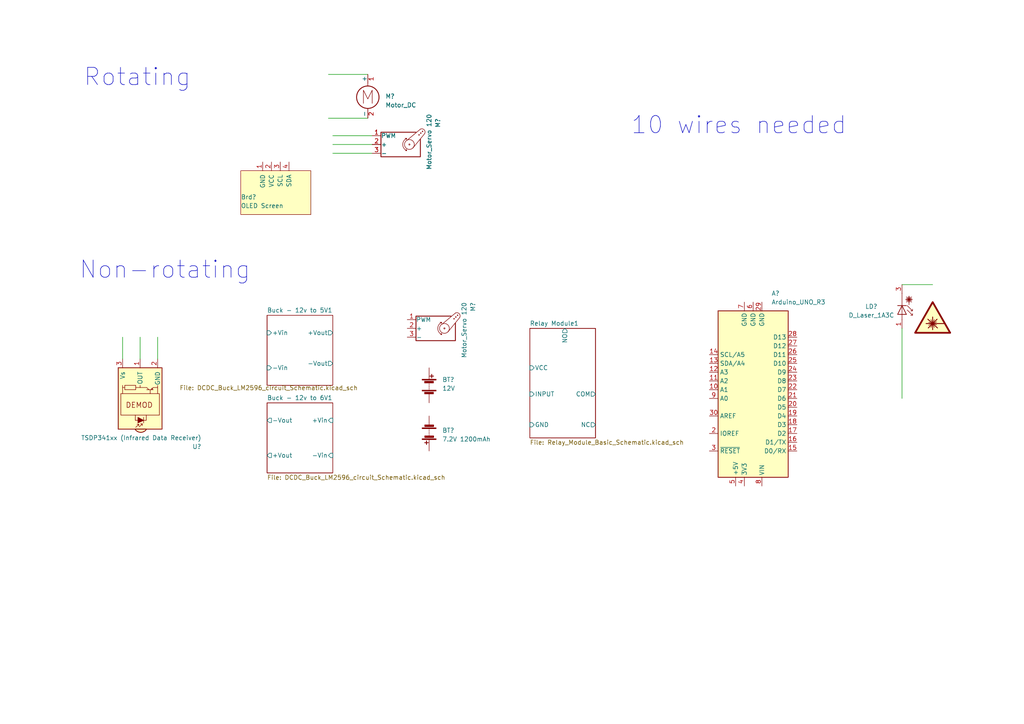
<source format=kicad_sch>
(kicad_sch (version 20211123) (generator eeschema)
  (paper "A4")
  (lib_symbols
    (symbol "Battery_1" (pin_numbers hide) (pin_names (offset 0) hide)
      (property "Reference" "BT?" (at 3.81 1.6511 0))
      (property "Value" "Battery_1" (at 3.81 -0.8889 0))
      (symbol "Battery_1_0_1"
        (rectangle (start -2.032 -1.397) (end 2.032 -1.651) (fill (type outline)))
        (rectangle (start -2.032 1.778) (end 2.032 1.524) (fill (type outline)))
        (rectangle (start -1.3208 -1.9812) (end 1.27 -2.4892) (fill (type outline)))
        (rectangle (start -1.3208 1.1938) (end 1.27 0.6858) (fill (type outline)))
        (polyline (pts (xy 0 -1.524) (xy 0 -1.27)))
        (polyline (pts (xy 0 -1.016) (xy 0 -0.762)))
        (polyline (pts (xy 0 -0.508) (xy 0 -0.254)))
        (polyline (pts (xy 0 0) (xy 0 0.254)))
        (polyline (pts (xy 0 0.508) (xy 0 0.762)))
        (polyline (pts (xy 0 1.778) (xy 0 2.54)))
        (polyline (pts (xy 0.254 2.667) (xy 1.27 2.667)) (stroke (width 0.254)))
        (polyline (pts (xy 0.762 3.175) (xy 0.762 2.159)) (stroke (width 0.254)))
      )
      (symbol "Battery_1_1_1"
        (pin passive line (at 0 5.08 270) (length 2.54) (name "+") (number "1"))
        (pin passive line (at 0 -5.08 90) (length 2.54) (name "-") (number "2"))
      )
    )
    (symbol "Custom_Lib:0.96_OLED_SSD1306" (pin_names (offset 1.016))
      (property "Reference" "Brd" (at 0 -3.81 0))
      (property "Value" "0.96_OLED_SSD1306" (at 0 -1.27 0))
      (symbol "0.96_OLED_SSD1306_0_1"
        (rectangle (start -10.16 6.35) (end 10.16 -6.35) (fill (type background)))
      )
      (symbol "0.96_OLED_SSD1306_1_1"
        (pin input line (at -3.81 8.89 270) (length 2.54) (name "GND") (number "1"))
        (pin power_in line (at -1.27 8.89 270) (length 2.54) (name "VCC") (number "2"))
        (pin input line (at 1.27 8.89 270) (length 2.54) (name "SCL") (number "3"))
        (pin input line (at 3.81 8.89 270) (length 2.54) (name "SDA") (number "4"))
      )
    )
    (symbol "Device:Battery" (pin_numbers hide) (pin_names (offset 0) hide)
      (property "Reference" "BT" (at 2.54 2.54 0))
      (property "Value" "Battery" (at 2.54 0 0))
      (symbol "Battery_0_1"
        (rectangle (start -2.032 -1.397) (end 2.032 -1.651) (fill (type outline)))
        (rectangle (start -2.032 1.778) (end 2.032 1.524) (fill (type outline)))
        (rectangle (start -1.3208 -1.9812) (end 1.27 -2.4892) (fill (type outline)))
        (rectangle (start -1.3208 1.1938) (end 1.27 0.6858) (fill (type outline)))
        (polyline (pts (xy 0 -1.524) (xy 0 -1.27)))
        (polyline (pts (xy 0 -1.016) (xy 0 -0.762)))
        (polyline (pts (xy 0 -0.508) (xy 0 -0.254)))
        (polyline (pts (xy 0 0) (xy 0 0.254)))
        (polyline (pts (xy 0 0.508) (xy 0 0.762)))
        (polyline (pts (xy 0 1.778) (xy 0 2.54)))
        (polyline (pts (xy 0.254 2.667) (xy 1.27 2.667)) (stroke (width 0.254)))
        (polyline (pts (xy 0.762 3.175) (xy 0.762 2.159)) (stroke (width 0.254)))
      )
      (symbol "Battery_1_1"
        (pin passive line (at 0 5.08 270) (length 2.54) (name "+") (number "1"))
        (pin passive line (at 0 -5.08 90) (length 2.54) (name "-") (number "2"))
      )
    )
    (symbol "Device:D_Laser_1A3C" (pin_names (offset 1.016) hide)
      (property "Reference" "LD" (at -1.27 4.445 0))
      (property "Value" "D_Laser_1A3C" (at -1.27 -2.54 0))
      (symbol "D_Laser_1A3C_0_1"
        (polyline (pts (xy -4.064 1.27) (xy -2.54 2.794)))
        (polyline (pts (xy -4.064 1.778) (xy -2.54 2.286)))
        (polyline (pts (xy -4.064 2.286) (xy -2.54 1.778)))
        (polyline (pts (xy -4.064 2.794) (xy -2.54 1.27)))
        (polyline (pts (xy -3.556 2.794) (xy -3.048 1.27)))
        (polyline (pts (xy -3.302 2.032) (xy -3.302 1.016)))
        (polyline (pts (xy -3.302 2.032) (xy -3.302 3.048)))
        (polyline (pts (xy -3.048 2.794) (xy -3.556 1.27)))
        (polyline (pts (xy -1.778 2.032) (xy -4.318 2.032)))
        (polyline (pts (xy -1.524 1.27) (xy -1.524 -1.27)) (stroke (width 0.2032)))
        (polyline (pts (xy 1.27 3.048) (xy 0.762 3.048)))
        (polyline (pts (xy 2.54 0) (xy -5.08 0)))
        (polyline (pts (xy -0.254 1.524) (xy 1.27 3.048) (xy 1.27 2.54)))
        (polyline (pts (xy 1.016 1.27) (xy 1.016 -1.27) (xy -1.524 0) (xy 1.016 1.27)) (stroke (width 0.2032)))
        (polyline (pts (xy -1.524 1.524) (xy 0 3.048) (xy 0 2.54) (xy 0 3.048) (xy -0.508 3.048)))
      )
      (symbol "D_Laser_1A3C_1_1"
        (pin passive line (at 5.08 0 180) (length 2.54) (name "A") (number "1"))
        (pin passive line (at -7.62 0 0) (length 2.54) (name "K") (number "3"))
      )
    )
    (symbol "Graphic:SYM_LASER_Large" (pin_names (offset 1.016) hide)
      (symbol "SYM_LASER_Large_0_1"
        (polyline (pts (xy -1.905 -2.413) (xy 3.556 -2.413)) (stroke (width 0.254)))
        (polyline (pts (xy -1.27 -3.683) (xy 1.27 -1.143)) (stroke (width 0.254)))
        (polyline (pts (xy -1.143 -2.921) (xy 1.143 -1.905)))
        (polyline (pts (xy -1.143 -2.032) (xy 1.143 -2.794)))
        (polyline (pts (xy -0.508 -1.27) (xy 0.508 -3.556)))
        (polyline (pts (xy 0 -4.191) (xy 0 -0.508)) (stroke (width 0.254)))
        (polyline (pts (xy 0.508 -1.27) (xy -0.508 -3.556)))
        (polyline (pts (xy 1.397 -3.683) (xy -1.397 -1.143)) (stroke (width 0.254)))
        (polyline (pts (xy -5.08 -5.08) (xy 5.08 -5.08) (xy 0 3.81) (xy -5.08 -5.08)) (stroke (width 0.508)) (fill (type background)))
      )
    )
    (symbol "Interface_Optical:TSDP341xx" (pin_names (offset 1.016))
      (property "Reference" "U" (at -10.16 7.62 0))
      (property "Value" "TSDP341xx" (at -10.16 -7.62 0))
      (symbol "TSDP341xx_0_0"
        (arc (start -10.287 1.397) (mid -11.0899 -0.1905) (end -10.287 -1.778) (stroke (width 0.254)) (fill (type background)))
        (polyline (pts (xy 1.905 -5.08) (xy 0.127 -5.08)))
        (polyline (pts (xy 1.905 5.08) (xy 0.127 5.08)))
        (text "DEMOD" (at -3.175 0.254 900) (effects (font (size 1.524 1.524))))
      )
      (symbol "TSDP341xx_0_1"
        (rectangle (start -6.096 5.588) (end 0.127 -5.588))
        (polyline (pts (xy -8.763 0.381) (xy -9.652 1.27)))
        (polyline (pts (xy -8.763 0.381) (xy -9.271 0.381)))
        (polyline (pts (xy -8.763 0.381) (xy -8.763 0.889)))
        (polyline (pts (xy -8.636 -0.635) (xy -9.525 0.254)))
        (polyline (pts (xy -8.636 -0.635) (xy -9.144 -0.635)))
        (polyline (pts (xy -8.636 -0.635) (xy -8.636 -0.127)))
        (polyline (pts (xy -8.382 -1.016) (xy -6.731 -1.016)))
        (polyline (pts (xy 1.27 -2.921) (xy 0.127 -2.921)))
        (polyline (pts (xy 1.27 -1.905) (xy 1.27 -3.81)))
        (polyline (pts (xy 1.397 -3.556) (xy 1.524 -3.556)))
        (polyline (pts (xy 1.651 -3.556) (xy 1.524 -3.556)))
        (polyline (pts (xy 1.651 -3.556) (xy 1.651 -3.302)))
        (polyline (pts (xy 1.905 0) (xy 1.905 1.27)))
        (polyline (pts (xy 1.905 4.445) (xy 1.905 5.08) (xy 2.54 5.08)))
        (polyline (pts (xy -8.382 0.635) (xy -6.731 0.635) (xy -7.62 -1.016) (xy -8.382 0.635)) (fill (type outline)))
        (polyline (pts (xy -6.096 1.397) (xy -7.62 1.397) (xy -7.62 -1.778) (xy -6.096 -1.778)))
        (polyline (pts (xy 1.27 -3.175) (xy 1.905 -3.81) (xy 1.905 -5.08) (xy 2.54 -5.08)))
        (polyline (pts (xy 1.27 -2.54) (xy 1.905 -1.905) (xy 1.905 0) (xy 2.54 0)))
        (rectangle (start 2.54 1.27) (end 1.27 4.445))
        (rectangle (start 7.62 6.35) (end -10.16 -6.35) (stroke (width 0.254)) (fill (type background)))
      )
      (symbol "TSDP341xx_1_1"
        (pin output line (at 10.16 0 180) (length 2.54) (name "OUT") (number "1"))
        (pin power_in line (at 10.16 -5.08 180) (length 2.54) (name "GND") (number "2"))
        (pin power_in line (at 10.16 5.08 180) (length 2.54) (name "Vs") (number "3"))
      )
    )
    (symbol "MCU_Module:Arduino_UNO_R3"
      (property "Reference" "A?" (at 7.0994 27.94 0))
      (property "Value" "Arduino_UNO_R3" (at 7.0994 25.4 0))
      (symbol "Arduino_UNO_R3_0_1"
        (rectangle (start -10.16 22.86) (end 10.16 -25.4) (stroke (width 0.254)) (fill (type background)))
      )
      (symbol "Arduino_UNO_R3_1_1"
        (pin no_connect line (at -10.16 -20.32 0) (length 2.54) hide (name "NC") (number "1"))
        (pin bidirectional line (at 12.7 -2.54 180) (length 2.54) (name "A1") (number "10"))
        (pin bidirectional line (at 12.7 -5.08 180) (length 2.54) (name "A2") (number "11"))
        (pin bidirectional line (at 12.7 -7.62 180) (length 2.54) (name "A3") (number "12"))
        (pin bidirectional line (at 12.7 -10.16 180) (length 2.54) (name "SDA/A4") (number "13"))
        (pin bidirectional line (at 12.7 -12.7 180) (length 2.54) (name "SCL/A5") (number "14"))
        (pin bidirectional line (at -12.7 15.24 0) (length 2.54) (name "D0/RX") (number "15"))
        (pin bidirectional line (at -12.7 12.7 0) (length 2.54) (name "D1/TX") (number "16"))
        (pin bidirectional line (at -12.7 10.16 0) (length 2.54) (name "D2") (number "17"))
        (pin bidirectional line (at -12.7 7.62 0) (length 2.54) (name "D3") (number "18"))
        (pin bidirectional line (at -12.7 5.08 0) (length 2.54) (name "D4") (number "19"))
        (pin output line (at 12.7 10.16 180) (length 2.54) (name "IOREF") (number "2"))
        (pin bidirectional line (at -12.7 2.54 0) (length 2.54) (name "D5") (number "20"))
        (pin bidirectional line (at -12.7 0 0) (length 2.54) (name "D6") (number "21"))
        (pin bidirectional line (at -12.7 -2.54 0) (length 2.54) (name "D7") (number "22"))
        (pin bidirectional line (at -12.7 -5.08 0) (length 2.54) (name "D8") (number "23"))
        (pin bidirectional line (at -12.7 -7.62 0) (length 2.54) (name "D9") (number "24"))
        (pin bidirectional line (at -12.7 -10.16 0) (length 2.54) (name "D10") (number "25"))
        (pin bidirectional line (at -12.7 -12.7 0) (length 2.54) (name "D11") (number "26"))
        (pin bidirectional line (at -12.7 -15.24 0) (length 2.54) (name "D12") (number "27"))
        (pin bidirectional line (at -12.7 -17.78 0) (length 2.54) (name "D13") (number "28"))
        (pin power_in line (at -2.54 -27.94 90) (length 2.54) (name "GND") (number "29"))
        (pin input line (at 12.7 15.24 180) (length 2.54) (name "~{RESET}") (number "3"))
        (pin input line (at 12.7 5.08 180) (length 2.54) (name "AREF") (number "30"))
        (pin power_out line (at 2.54 25.4 270) (length 2.54) (name "3V3") (number "4"))
        (pin power_out line (at 5.08 25.4 270) (length 2.54) (name "+5V") (number "5"))
        (pin power_in line (at 0 -27.94 90) (length 2.54) (name "GND") (number "6"))
        (pin power_in line (at 2.54 -27.94 90) (length 2.54) (name "GND") (number "7"))
        (pin power_in line (at -2.54 25.4 270) (length 2.54) (name "VIN") (number "8"))
        (pin bidirectional line (at 12.7 0 180) (length 2.54) (name "A0") (number "9"))
      )
    )
    (symbol "Motor:Motor_DC" (pin_names (offset 0))
      (property "Reference" "M" (at 2.54 2.54 0))
      (property "Value" "Motor_DC" (at 2.54 -5.08 0))
      (symbol "Motor_DC_0_0"
        (polyline (pts (xy -1.27 -3.302) (xy -1.27 0.508) (xy 0 -2.032) (xy 1.27 0.508) (xy 1.27 -3.302)))
      )
      (symbol "Motor_DC_0_1"
        (circle (center 0 -1.524) (radius 3.2512) (stroke (width 0.254)))
        (polyline (pts (xy 0 -7.62) (xy 0 -7.112)))
        (polyline (pts (xy 0 -4.7752) (xy 0 -5.1816)))
        (polyline (pts (xy 0 1.7272) (xy 0 2.0828)))
        (polyline (pts (xy 0 2.032) (xy 0 2.54)))
      )
      (symbol "Motor_DC_1_1"
        (pin passive line (at 0 5.08 270) (length 2.54) (name "+") (number "1"))
        (pin passive line (at 0 -7.62 90) (length 2.54) (name "-") (number "2"))
      )
    )
    (symbol "Motor:Motor_Servo" (pin_names (offset 0.0254))
      (property "Reference" "M" (at -5.08 4.445 0))
      (property "Value" "Motor_Servo" (at -5.08 -4.064 0))
      (symbol "Motor_Servo_0_1"
        (polyline (pts (xy 2.413 -1.778) (xy 2.032 -1.778)))
        (polyline (pts (xy 2.413 -1.778) (xy 2.286 -1.397)))
        (polyline (pts (xy 2.413 1.778) (xy 1.905 1.778)))
        (polyline (pts (xy 2.413 1.778) (xy 2.286 1.397)))
        (polyline (pts (xy 6.35 4.445) (xy 2.54 1.27)))
        (polyline (pts (xy 7.62 3.175) (xy 4.191 -1.016)))
        (polyline (pts (xy 5.08 3.556) (xy -5.08 3.556) (xy -5.08 -3.556) (xy 6.35 -3.556) (xy 6.35 1.524)) (stroke (width 0.254)))
        (arc (start 2.413 1.778) (mid 1.2406 0) (end 2.413 -1.778))
        (circle (center 3.175 0) (radius 0.1778))
        (circle (center 3.175 0) (radius 1.4224))
        (circle (center 5.969 2.794) (radius 0.127))
        (circle (center 6.477 3.302) (radius 0.127))
        (circle (center 6.985 3.81) (radius 0.127))
        (arc (start 7.62 3.175) (mid 7.4485 4.2735) (end 6.35 4.445))
      )
      (symbol "Motor_Servo_1_1"
        (pin passive line (at -7.62 2.54 0) (length 2.54) (name "PWM") (number "1"))
        (pin passive line (at -7.62 0 0) (length 2.54) (name "+") (number "2"))
        (pin passive line (at -7.62 -2.54 0) (length 2.54) (name "-") (number "3"))
      )
    )
  )
  (wire (pts (xy 107.95 39.37) (xy 96.52 39.37)))
  (wire (pts (xy 40.64 97.79) (xy 40.64 104.14)))
  (wire (pts (xy 107.95 44.45) (xy 96.52 44.45)))
  (wire (pts (xy 45.72 104.14) (xy 45.72 97.79)))
  (wire (pts (xy 261.62 82.55) (xy 270.51 82.55)))
  (wire (pts (xy 106.68 21.59) (xy 95.25 21.59)))
  (wire (pts (xy 261.62 95.25) (xy 261.62 115.57)))
  (wire (pts (xy 96.52 41.91) (xy 107.95 41.91)))
  (wire (pts (xy 95.25 34.29) (xy 106.68 34.29)))
  (wire (pts (xy 35.56 104.14) (xy 35.56 97.79)))
  (text "10 wires needed" (at 182.88 39.37 0) (effects (font (size 5 5)) (justify left bottom)))
  (text "Rotating" (at 24.13 25.4 0) (effects (font (size 5 5)) (justify left bottom)))
  (text "Non-rotating" (at 22.86 81.28 0) (effects (font (size 5 5)) (justify left bottom)))
  (symbol (lib_id "Device:Battery") (at 124.46 111.76 0) (unit 1)
    (property "Reference" "BT?" (at 128.27 110.1089 0) (effects (justify left)))
    (property "Value" "12V" (at 128.27 112.6489 0) (effects (justify left)))
  )
  (symbol (lib_id "Motor:Motor_DC") (at 106.68 26.67 0) (unit 1)
    (property "Reference" "M?" (at 111.76 27.9399 0) (effects (justify left)))
    (property "Value" "Motor_DC" (at 111.76 30.4799 0) (effects (justify left)))
  )
  (symbol (lib_id "MCU_Module:Arduino_UNO_R3") (at 218.44 115.57 180) (unit 1)
    (property "Reference" "A?" (at 223.7487 85.09 0) (effects (justify right)))
    (property "Value" "Arduino_UNO_R3" (at 223.7487 87.63 0) (effects (justify right)))
    (property "Footprint" "Module:Arduino_UNO_R3" (effects hide))
    (property "Datasheet" "https://www.arduino.cc/en/Main/arduinoBoardUno" (effects hide))
  )
  (symbol (lib_id "Motor:Motor_Servo") (at 125.73 95.25 0) (unit 1)
    (property "Reference" "M?" (at 137.16 87.63 90) (effects (justify right)))
    (property "Value" "Motor_Servo 120" (at 134.62 87.63 90) (effects (justify right)))
    (property "Datasheet" "https://www.ebay.co.uk/itm/265497022589?var=565305471806&_trkparms=amclksrc%3DITM%26aid%3D777008%26algo%3DPERSONAL.TOPIC%26ao%3D1%26asc%3D20220705100511%26meid%3D821d6b82bef041acaef308022d3ecea8%26pid%3D101524%26rk%3D1%26rkt%3D1%26itm%3D565305471806%26pmt%3D1%26noa%3D1%26pg%3D2380057%26algv%3DRecentlyViewedItemsV2%26brand%3DUnbranded&_trksid=p2380057.c101524.m146925&_trkparms=pageci%3A00132f18-fcc4-11ed-ad5c-7ec5643b6c91%7Cparentrq%3A5eaab6c01880acd89d2ad418ffe95f00%7Ciid%3A1" (effects hide))
  )
  (symbol (lib_id "Graphic:SYM_LASER_Large") (at 270.51 91.44 0) (unit 1)
    (property "Reference" "#SYM?" (effects hide))
    (property "Value" "SYM_LASER_Large" (effects hide))
  )
  (symbol (lib_id "Motor:Motor_Servo") (at 115.57 41.91 0) (unit 1)
    (property "Reference" "M?" (at 127 34.29 90) (effects (justify right)))
    (property "Value" " Motor_Servo 120" (at 124.46 33.02 90) (effects (justify right)))
    (property "Datasheet" "https://www.ebay.co.uk/itm/265497022589?var=565305471806&_trkparms=amclksrc%3DITM%26aid%3D777008%26algo%3DPERSONAL.TOPIC%26ao%3D1%26asc%3D20220705100511%26meid%3D821d6b82bef041acaef308022d3ecea8%26pid%3D101524%26rk%3D1%26rkt%3D1%26itm%3D565305471806%26pmt%3D1%26noa%3D1%26pg%3D2380057%26algv%3DRecentlyViewedItemsV2%26brand%3DUnbranded&_trksid=p2380057.c101524.m146925&_trkparms=pageci%3A00132f18-fcc4-11ed-ad5c-7ec5643b6c91%7Cparentrq%3A5eaab6c01880acd89d2ad418ffe95f00%7Ciid%3A1" (effects hide))
  )
  (symbol (lib_id "Device:D_Laser_1A3C") (at 261.62 90.17 270) (unit 1)
    (property "Reference" "LD?" (at 252.73 88.9 90))
    (property "Value" "D_Laser_1A3C" (at 252.73 91.44 90))
  )
  (symbol (lib_name "Battery_1") (lib_id "Device:Battery") (at 124.46 125.73 180) (unit 1)
    (property "Reference" "BT?" (at 128.27 124.8409 0) (effects (justify right)))
    (property "Value" "7.2V 1200mAh" (at 128.27 127.3809 0) (effects (justify right)))
  )
  (symbol (lib_id "Custom_Lib:0.96_OLED_SSD1306") (at 80.01 55.88 0) (unit 1)
    (property "Reference" "Brd?" (at 69.85 57.15 0) (effects (justify left)))
    (property "Value" "OLED Screen" (at 69.85 59.69 0) (effects (justify left)))
    (property "Footprint" "Custom_lib:0.96_Oled_SSD1306" (effects hide))
    (property "Datasheet" "https://www.amazon.co.uk/gp/product/B074N9VLZX/ref=ppx_yo_dt_b_search_asin_title?ie=UTF8&psc=1" (effects hide))
  )
  (symbol (lib_id "Interface_Optical:TSDP341xx") (at 40.64 114.3 90) (unit 1)
    (property "Reference" "U?" (at 58.42 129.54 90) (effects (justify left)))
    (property "Value" "TSDP341xx (Infrared Data Receiver)" (at 58.42 127 90) (effects (justify left)))
    (property "Footprint" "OptoDevice:Vishay_MOLD-3Pin" (effects hide))
    (property "Datasheet" "http://www.vishay.com/docs/82667/tsdp341.pdf" (effects hide))
  )
  (sheet (at 153.67 95.25) (size 19.05 31.75) (stroke (width 0.1524))
    (property "Sheet name" "Relay Module1" (at 153.67 94.5384 0) (effects (justify left bottom)))
    (property "Sheet file" "Relay_Module_Basic_Schematic.kicad_sch" (at 153.67 127.5846 0) (effects (justify left top)))
    (pin "VCC" input (at 153.67 106.68 180))
    (pin "GND" input (at 153.67 123.19 180))
    (pin "INPUT" input (at 153.67 114.3 180))
    (pin "NO" output (at 163.83 95.25 90))
    (pin "COM" output (at 172.72 114.3 0))
    (pin "NC" output (at 172.72 123.19 0))
  )
  (sheet (at 77.47 116.84) (size 19.05 20.32) (stroke (width 0.1524))
    (property "Sheet name" "Buck - 12v to 6V1" (at 77.47 116.1284 0) (effects (justify left bottom)))
    (property "Sheet file" "DCDC_Buck_LM2596_circuit_Schematic.kicad_sch" (at 77.47 137.7446 0) (effects (justify left top)))
    (pin "-Vout" output (at 77.47 121.92 180))
    (pin "+Vin" input (at 96.52 121.92 0))
    (pin "-Vin" input (at 96.52 132.08 0))
    (pin "+Vout" output (at 77.47 132.08 180))
  )
  (sheet (at 77.47 91.44) (size 19.05 20.32) (stroke (width 0.1524))
    (property "Sheet name" "Buck - 12v to 5V1" (at 77.47 90.7284 0) (effects (justify left bottom)))
    (property "Sheet file" "DCDC_Buck_LM2596_circuit_Schematic.kicad_sch" (at 52.07 111.76 0) (effects (justify left top)))
    (pin "-Vout" output (at 96.52 105.41 0))
    (pin "+Vin" input (at 77.47 96.52 180))
    (pin "-Vin" input (at 77.47 106.68 180))
    (pin "+Vout" output (at 96.52 96.52 0))
  )
)
</source>
